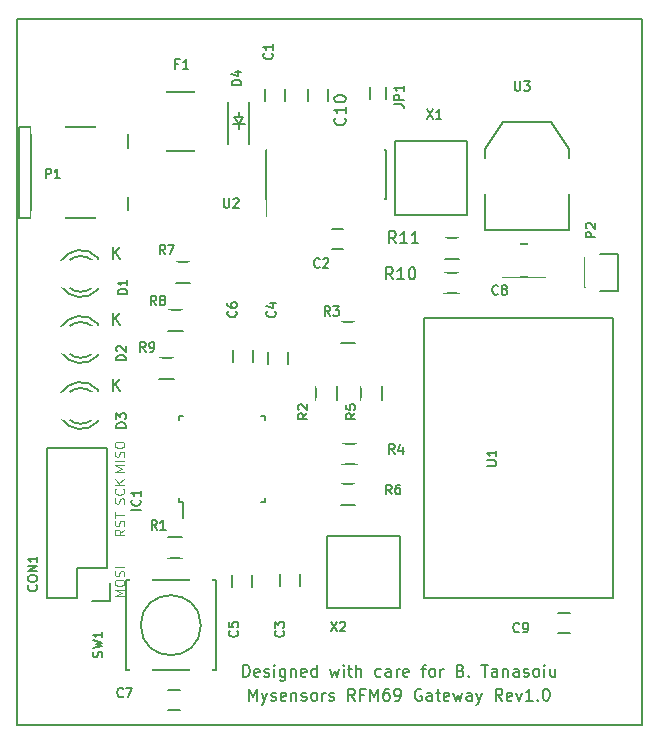
<source format=gto>
G04 #@! TF.FileFunction,Legend,Top*
%FSLAX46Y46*%
G04 Gerber Fmt 4.6, Leading zero omitted, Abs format (unit mm)*
G04 Created by KiCad (PCBNEW 4.0.2+e4-6225~38~ubuntu14.04.1-stable) date Thu 16 Jun 2016 09:14:55 AM EEST*
%MOMM*%
G01*
G04 APERTURE LIST*
%ADD10C,0.100000*%
%ADD11C,0.150000*%
%ADD12C,4.900000*%
%ADD13R,1.650000X1.900000*%
%ADD14R,1.900000X1.650000*%
%ADD15R,2.701240X0.900380*%
%ADD16R,2.899360X2.398980*%
%ADD17C,1.299160*%
%ADD18R,2.350720X2.899360*%
%ADD19R,2.127200X2.127200*%
%ADD20O,2.127200X2.127200*%
%ADD21R,0.950000X2.000000*%
%ADD22R,2.000000X0.950000*%
%ADD23R,2.635200X2.635200*%
%ADD24R,1.900000X1.700000*%
%ADD25R,1.700000X1.900000*%
%ADD26C,1.797000*%
%ADD27R,1.600000X3.400000*%
%ADD28R,1.000000X1.900000*%
%ADD29R,4.057600X2.432000*%
%ADD30R,1.416000X2.432000*%
%ADD31R,2.400000X2.400000*%
%ADD32C,2.400000*%
%ADD33R,1.860000X5.240000*%
%ADD34R,1.300000X1.600000*%
%ADD35R,1.620000X1.310000*%
%ADD36R,1.200000X5.500000*%
%ADD37R,1.700000X5.500000*%
%ADD38R,5.500000X1.200000*%
%ADD39R,5.500000X1.700000*%
G04 APERTURE END LIST*
D10*
X122916905Y-95364143D02*
X122116905Y-95364143D01*
X122688333Y-95097476D01*
X122116905Y-94830809D01*
X122916905Y-94830809D01*
X122916905Y-94449857D02*
X122116905Y-94449857D01*
X122878810Y-94107000D02*
X122916905Y-93992714D01*
X122916905Y-93802238D01*
X122878810Y-93726048D01*
X122840714Y-93687952D01*
X122764524Y-93649857D01*
X122688333Y-93649857D01*
X122612143Y-93687952D01*
X122574048Y-93726048D01*
X122535952Y-93802238D01*
X122497857Y-93954619D01*
X122459762Y-94030810D01*
X122421667Y-94068905D01*
X122345476Y-94107000D01*
X122269286Y-94107000D01*
X122193095Y-94068905D01*
X122155000Y-94030810D01*
X122116905Y-93954619D01*
X122116905Y-93764143D01*
X122155000Y-93649857D01*
X122116905Y-93154619D02*
X122116905Y-93002238D01*
X122155000Y-92926047D01*
X122231190Y-92849857D01*
X122383571Y-92811762D01*
X122650238Y-92811762D01*
X122802619Y-92849857D01*
X122878810Y-92926047D01*
X122916905Y-93002238D01*
X122916905Y-93154619D01*
X122878810Y-93230809D01*
X122802619Y-93307000D01*
X122650238Y-93345095D01*
X122383571Y-93345095D01*
X122231190Y-93307000D01*
X122155000Y-93230809D01*
X122116905Y-93154619D01*
X122878810Y-98056571D02*
X122916905Y-97942285D01*
X122916905Y-97751809D01*
X122878810Y-97675619D01*
X122840714Y-97637523D01*
X122764524Y-97599428D01*
X122688333Y-97599428D01*
X122612143Y-97637523D01*
X122574048Y-97675619D01*
X122535952Y-97751809D01*
X122497857Y-97904190D01*
X122459762Y-97980381D01*
X122421667Y-98018476D01*
X122345476Y-98056571D01*
X122269286Y-98056571D01*
X122193095Y-98018476D01*
X122155000Y-97980381D01*
X122116905Y-97904190D01*
X122116905Y-97713714D01*
X122155000Y-97599428D01*
X122840714Y-96799428D02*
X122878810Y-96837523D01*
X122916905Y-96951809D01*
X122916905Y-97027999D01*
X122878810Y-97142285D01*
X122802619Y-97218476D01*
X122726429Y-97256571D01*
X122574048Y-97294666D01*
X122459762Y-97294666D01*
X122307381Y-97256571D01*
X122231190Y-97218476D01*
X122155000Y-97142285D01*
X122116905Y-97027999D01*
X122116905Y-96951809D01*
X122155000Y-96837523D01*
X122193095Y-96799428D01*
X122916905Y-96456571D02*
X122116905Y-96456571D01*
X122916905Y-95999428D02*
X122459762Y-96342285D01*
X122116905Y-95999428D02*
X122574048Y-96456571D01*
X122916905Y-100260095D02*
X122535952Y-100526762D01*
X122916905Y-100717238D02*
X122116905Y-100717238D01*
X122116905Y-100412476D01*
X122155000Y-100336285D01*
X122193095Y-100298190D01*
X122269286Y-100260095D01*
X122383571Y-100260095D01*
X122459762Y-100298190D01*
X122497857Y-100336285D01*
X122535952Y-100412476D01*
X122535952Y-100717238D01*
X122878810Y-99955333D02*
X122916905Y-99841047D01*
X122916905Y-99650571D01*
X122878810Y-99574381D01*
X122840714Y-99536285D01*
X122764524Y-99498190D01*
X122688333Y-99498190D01*
X122612143Y-99536285D01*
X122574048Y-99574381D01*
X122535952Y-99650571D01*
X122497857Y-99802952D01*
X122459762Y-99879143D01*
X122421667Y-99917238D01*
X122345476Y-99955333D01*
X122269286Y-99955333D01*
X122193095Y-99917238D01*
X122155000Y-99879143D01*
X122116905Y-99802952D01*
X122116905Y-99612476D01*
X122155000Y-99498190D01*
X122116905Y-99269619D02*
X122116905Y-98812476D01*
X122916905Y-99041047D02*
X122116905Y-99041047D01*
X122916905Y-105905143D02*
X122116905Y-105905143D01*
X122688333Y-105638476D01*
X122116905Y-105371809D01*
X122916905Y-105371809D01*
X122116905Y-104838476D02*
X122116905Y-104686095D01*
X122155000Y-104609904D01*
X122231190Y-104533714D01*
X122383571Y-104495619D01*
X122650238Y-104495619D01*
X122802619Y-104533714D01*
X122878810Y-104609904D01*
X122916905Y-104686095D01*
X122916905Y-104838476D01*
X122878810Y-104914666D01*
X122802619Y-104990857D01*
X122650238Y-105028952D01*
X122383571Y-105028952D01*
X122231190Y-104990857D01*
X122155000Y-104914666D01*
X122116905Y-104838476D01*
X122878810Y-104190857D02*
X122916905Y-104076571D01*
X122916905Y-103886095D01*
X122878810Y-103809905D01*
X122840714Y-103771809D01*
X122764524Y-103733714D01*
X122688333Y-103733714D01*
X122612143Y-103771809D01*
X122574048Y-103809905D01*
X122535952Y-103886095D01*
X122497857Y-104038476D01*
X122459762Y-104114667D01*
X122421667Y-104152762D01*
X122345476Y-104190857D01*
X122269286Y-104190857D01*
X122193095Y-104152762D01*
X122155000Y-104114667D01*
X122116905Y-104038476D01*
X122116905Y-103848000D01*
X122155000Y-103733714D01*
X122916905Y-103390857D02*
X122116905Y-103390857D01*
D11*
X132962713Y-112720381D02*
X132962713Y-111720381D01*
X133200808Y-111720381D01*
X133343666Y-111768000D01*
X133438904Y-111863238D01*
X133486523Y-111958476D01*
X133534142Y-112148952D01*
X133534142Y-112291810D01*
X133486523Y-112482286D01*
X133438904Y-112577524D01*
X133343666Y-112672762D01*
X133200808Y-112720381D01*
X132962713Y-112720381D01*
X134343666Y-112672762D02*
X134248428Y-112720381D01*
X134057951Y-112720381D01*
X133962713Y-112672762D01*
X133915094Y-112577524D01*
X133915094Y-112196571D01*
X133962713Y-112101333D01*
X134057951Y-112053714D01*
X134248428Y-112053714D01*
X134343666Y-112101333D01*
X134391285Y-112196571D01*
X134391285Y-112291810D01*
X133915094Y-112387048D01*
X134772237Y-112672762D02*
X134867475Y-112720381D01*
X135057951Y-112720381D01*
X135153190Y-112672762D01*
X135200809Y-112577524D01*
X135200809Y-112529905D01*
X135153190Y-112434667D01*
X135057951Y-112387048D01*
X134915094Y-112387048D01*
X134819856Y-112339429D01*
X134772237Y-112244190D01*
X134772237Y-112196571D01*
X134819856Y-112101333D01*
X134915094Y-112053714D01*
X135057951Y-112053714D01*
X135153190Y-112101333D01*
X135629380Y-112720381D02*
X135629380Y-112053714D01*
X135629380Y-111720381D02*
X135581761Y-111768000D01*
X135629380Y-111815619D01*
X135676999Y-111768000D01*
X135629380Y-111720381D01*
X135629380Y-111815619D01*
X136534142Y-112053714D02*
X136534142Y-112863238D01*
X136486523Y-112958476D01*
X136438904Y-113006095D01*
X136343665Y-113053714D01*
X136200808Y-113053714D01*
X136105570Y-113006095D01*
X136534142Y-112672762D02*
X136438904Y-112720381D01*
X136248427Y-112720381D01*
X136153189Y-112672762D01*
X136105570Y-112625143D01*
X136057951Y-112529905D01*
X136057951Y-112244190D01*
X136105570Y-112148952D01*
X136153189Y-112101333D01*
X136248427Y-112053714D01*
X136438904Y-112053714D01*
X136534142Y-112101333D01*
X137010332Y-112053714D02*
X137010332Y-112720381D01*
X137010332Y-112148952D02*
X137057951Y-112101333D01*
X137153189Y-112053714D01*
X137296047Y-112053714D01*
X137391285Y-112101333D01*
X137438904Y-112196571D01*
X137438904Y-112720381D01*
X138296047Y-112672762D02*
X138200809Y-112720381D01*
X138010332Y-112720381D01*
X137915094Y-112672762D01*
X137867475Y-112577524D01*
X137867475Y-112196571D01*
X137915094Y-112101333D01*
X138010332Y-112053714D01*
X138200809Y-112053714D01*
X138296047Y-112101333D01*
X138343666Y-112196571D01*
X138343666Y-112291810D01*
X137867475Y-112387048D01*
X139200809Y-112720381D02*
X139200809Y-111720381D01*
X139200809Y-112672762D02*
X139105571Y-112720381D01*
X138915094Y-112720381D01*
X138819856Y-112672762D01*
X138772237Y-112625143D01*
X138724618Y-112529905D01*
X138724618Y-112244190D01*
X138772237Y-112148952D01*
X138819856Y-112101333D01*
X138915094Y-112053714D01*
X139105571Y-112053714D01*
X139200809Y-112101333D01*
X140343666Y-112053714D02*
X140534142Y-112720381D01*
X140724619Y-112244190D01*
X140915095Y-112720381D01*
X141105571Y-112053714D01*
X141486523Y-112720381D02*
X141486523Y-112053714D01*
X141486523Y-111720381D02*
X141438904Y-111768000D01*
X141486523Y-111815619D01*
X141534142Y-111768000D01*
X141486523Y-111720381D01*
X141486523Y-111815619D01*
X141819856Y-112053714D02*
X142200808Y-112053714D01*
X141962713Y-111720381D02*
X141962713Y-112577524D01*
X142010332Y-112672762D01*
X142105570Y-112720381D01*
X142200808Y-112720381D01*
X142534142Y-112720381D02*
X142534142Y-111720381D01*
X142962714Y-112720381D02*
X142962714Y-112196571D01*
X142915095Y-112101333D01*
X142819857Y-112053714D01*
X142676999Y-112053714D01*
X142581761Y-112101333D01*
X142534142Y-112148952D01*
X144629381Y-112672762D02*
X144534143Y-112720381D01*
X144343666Y-112720381D01*
X144248428Y-112672762D01*
X144200809Y-112625143D01*
X144153190Y-112529905D01*
X144153190Y-112244190D01*
X144200809Y-112148952D01*
X144248428Y-112101333D01*
X144343666Y-112053714D01*
X144534143Y-112053714D01*
X144629381Y-112101333D01*
X145486524Y-112720381D02*
X145486524Y-112196571D01*
X145438905Y-112101333D01*
X145343667Y-112053714D01*
X145153190Y-112053714D01*
X145057952Y-112101333D01*
X145486524Y-112672762D02*
X145391286Y-112720381D01*
X145153190Y-112720381D01*
X145057952Y-112672762D01*
X145010333Y-112577524D01*
X145010333Y-112482286D01*
X145057952Y-112387048D01*
X145153190Y-112339429D01*
X145391286Y-112339429D01*
X145486524Y-112291810D01*
X145962714Y-112720381D02*
X145962714Y-112053714D01*
X145962714Y-112244190D02*
X146010333Y-112148952D01*
X146057952Y-112101333D01*
X146153190Y-112053714D01*
X146248429Y-112053714D01*
X146962715Y-112672762D02*
X146867477Y-112720381D01*
X146677000Y-112720381D01*
X146581762Y-112672762D01*
X146534143Y-112577524D01*
X146534143Y-112196571D01*
X146581762Y-112101333D01*
X146677000Y-112053714D01*
X146867477Y-112053714D01*
X146962715Y-112101333D01*
X147010334Y-112196571D01*
X147010334Y-112291810D01*
X146534143Y-112387048D01*
X148057953Y-112053714D02*
X148438905Y-112053714D01*
X148200810Y-112720381D02*
X148200810Y-111863238D01*
X148248429Y-111768000D01*
X148343667Y-111720381D01*
X148438905Y-111720381D01*
X148915096Y-112720381D02*
X148819858Y-112672762D01*
X148772239Y-112625143D01*
X148724620Y-112529905D01*
X148724620Y-112244190D01*
X148772239Y-112148952D01*
X148819858Y-112101333D01*
X148915096Y-112053714D01*
X149057954Y-112053714D01*
X149153192Y-112101333D01*
X149200811Y-112148952D01*
X149248430Y-112244190D01*
X149248430Y-112529905D01*
X149200811Y-112625143D01*
X149153192Y-112672762D01*
X149057954Y-112720381D01*
X148915096Y-112720381D01*
X149677001Y-112720381D02*
X149677001Y-112053714D01*
X149677001Y-112244190D02*
X149724620Y-112148952D01*
X149772239Y-112101333D01*
X149867477Y-112053714D01*
X149962716Y-112053714D01*
X151391288Y-112196571D02*
X151534145Y-112244190D01*
X151581764Y-112291810D01*
X151629383Y-112387048D01*
X151629383Y-112529905D01*
X151581764Y-112625143D01*
X151534145Y-112672762D01*
X151438907Y-112720381D01*
X151057954Y-112720381D01*
X151057954Y-111720381D01*
X151391288Y-111720381D01*
X151486526Y-111768000D01*
X151534145Y-111815619D01*
X151581764Y-111910857D01*
X151581764Y-112006095D01*
X151534145Y-112101333D01*
X151486526Y-112148952D01*
X151391288Y-112196571D01*
X151057954Y-112196571D01*
X152057954Y-112625143D02*
X152105573Y-112672762D01*
X152057954Y-112720381D01*
X152010335Y-112672762D01*
X152057954Y-112625143D01*
X152057954Y-112720381D01*
X153153192Y-111720381D02*
X153724621Y-111720381D01*
X153438906Y-112720381D02*
X153438906Y-111720381D01*
X154486526Y-112720381D02*
X154486526Y-112196571D01*
X154438907Y-112101333D01*
X154343669Y-112053714D01*
X154153192Y-112053714D01*
X154057954Y-112101333D01*
X154486526Y-112672762D02*
X154391288Y-112720381D01*
X154153192Y-112720381D01*
X154057954Y-112672762D01*
X154010335Y-112577524D01*
X154010335Y-112482286D01*
X154057954Y-112387048D01*
X154153192Y-112339429D01*
X154391288Y-112339429D01*
X154486526Y-112291810D01*
X154962716Y-112053714D02*
X154962716Y-112720381D01*
X154962716Y-112148952D02*
X155010335Y-112101333D01*
X155105573Y-112053714D01*
X155248431Y-112053714D01*
X155343669Y-112101333D01*
X155391288Y-112196571D01*
X155391288Y-112720381D01*
X156296050Y-112720381D02*
X156296050Y-112196571D01*
X156248431Y-112101333D01*
X156153193Y-112053714D01*
X155962716Y-112053714D01*
X155867478Y-112101333D01*
X156296050Y-112672762D02*
X156200812Y-112720381D01*
X155962716Y-112720381D01*
X155867478Y-112672762D01*
X155819859Y-112577524D01*
X155819859Y-112482286D01*
X155867478Y-112387048D01*
X155962716Y-112339429D01*
X156200812Y-112339429D01*
X156296050Y-112291810D01*
X156724621Y-112672762D02*
X156819859Y-112720381D01*
X157010335Y-112720381D01*
X157105574Y-112672762D01*
X157153193Y-112577524D01*
X157153193Y-112529905D01*
X157105574Y-112434667D01*
X157010335Y-112387048D01*
X156867478Y-112387048D01*
X156772240Y-112339429D01*
X156724621Y-112244190D01*
X156724621Y-112196571D01*
X156772240Y-112101333D01*
X156867478Y-112053714D01*
X157010335Y-112053714D01*
X157105574Y-112101333D01*
X157724621Y-112720381D02*
X157629383Y-112672762D01*
X157581764Y-112625143D01*
X157534145Y-112529905D01*
X157534145Y-112244190D01*
X157581764Y-112148952D01*
X157629383Y-112101333D01*
X157724621Y-112053714D01*
X157867479Y-112053714D01*
X157962717Y-112101333D01*
X158010336Y-112148952D01*
X158057955Y-112244190D01*
X158057955Y-112529905D01*
X158010336Y-112625143D01*
X157962717Y-112672762D01*
X157867479Y-112720381D01*
X157724621Y-112720381D01*
X158486526Y-112720381D02*
X158486526Y-112053714D01*
X158486526Y-111720381D02*
X158438907Y-111768000D01*
X158486526Y-111815619D01*
X158534145Y-111768000D01*
X158486526Y-111720381D01*
X158486526Y-111815619D01*
X159391288Y-112053714D02*
X159391288Y-112720381D01*
X158962716Y-112053714D02*
X158962716Y-112577524D01*
X159010335Y-112672762D01*
X159105573Y-112720381D01*
X159248431Y-112720381D01*
X159343669Y-112672762D01*
X159391288Y-112625143D01*
X133486522Y-114752381D02*
X133486522Y-113752381D01*
X133819856Y-114466667D01*
X134153189Y-113752381D01*
X134153189Y-114752381D01*
X134534141Y-114085714D02*
X134772236Y-114752381D01*
X135010332Y-114085714D02*
X134772236Y-114752381D01*
X134676998Y-114990476D01*
X134629379Y-115038095D01*
X134534141Y-115085714D01*
X135343665Y-114704762D02*
X135438903Y-114752381D01*
X135629379Y-114752381D01*
X135724618Y-114704762D01*
X135772237Y-114609524D01*
X135772237Y-114561905D01*
X135724618Y-114466667D01*
X135629379Y-114419048D01*
X135486522Y-114419048D01*
X135391284Y-114371429D01*
X135343665Y-114276190D01*
X135343665Y-114228571D01*
X135391284Y-114133333D01*
X135486522Y-114085714D01*
X135629379Y-114085714D01*
X135724618Y-114133333D01*
X136581761Y-114704762D02*
X136486523Y-114752381D01*
X136296046Y-114752381D01*
X136200808Y-114704762D01*
X136153189Y-114609524D01*
X136153189Y-114228571D01*
X136200808Y-114133333D01*
X136296046Y-114085714D01*
X136486523Y-114085714D01*
X136581761Y-114133333D01*
X136629380Y-114228571D01*
X136629380Y-114323810D01*
X136153189Y-114419048D01*
X137057951Y-114085714D02*
X137057951Y-114752381D01*
X137057951Y-114180952D02*
X137105570Y-114133333D01*
X137200808Y-114085714D01*
X137343666Y-114085714D01*
X137438904Y-114133333D01*
X137486523Y-114228571D01*
X137486523Y-114752381D01*
X137915094Y-114704762D02*
X138010332Y-114752381D01*
X138200808Y-114752381D01*
X138296047Y-114704762D01*
X138343666Y-114609524D01*
X138343666Y-114561905D01*
X138296047Y-114466667D01*
X138200808Y-114419048D01*
X138057951Y-114419048D01*
X137962713Y-114371429D01*
X137915094Y-114276190D01*
X137915094Y-114228571D01*
X137962713Y-114133333D01*
X138057951Y-114085714D01*
X138200808Y-114085714D01*
X138296047Y-114133333D01*
X138915094Y-114752381D02*
X138819856Y-114704762D01*
X138772237Y-114657143D01*
X138724618Y-114561905D01*
X138724618Y-114276190D01*
X138772237Y-114180952D01*
X138819856Y-114133333D01*
X138915094Y-114085714D01*
X139057952Y-114085714D01*
X139153190Y-114133333D01*
X139200809Y-114180952D01*
X139248428Y-114276190D01*
X139248428Y-114561905D01*
X139200809Y-114657143D01*
X139153190Y-114704762D01*
X139057952Y-114752381D01*
X138915094Y-114752381D01*
X139676999Y-114752381D02*
X139676999Y-114085714D01*
X139676999Y-114276190D02*
X139724618Y-114180952D01*
X139772237Y-114133333D01*
X139867475Y-114085714D01*
X139962714Y-114085714D01*
X140248428Y-114704762D02*
X140343666Y-114752381D01*
X140534142Y-114752381D01*
X140629381Y-114704762D01*
X140677000Y-114609524D01*
X140677000Y-114561905D01*
X140629381Y-114466667D01*
X140534142Y-114419048D01*
X140391285Y-114419048D01*
X140296047Y-114371429D01*
X140248428Y-114276190D01*
X140248428Y-114228571D01*
X140296047Y-114133333D01*
X140391285Y-114085714D01*
X140534142Y-114085714D01*
X140629381Y-114133333D01*
X142438905Y-114752381D02*
X142105571Y-114276190D01*
X141867476Y-114752381D02*
X141867476Y-113752381D01*
X142248429Y-113752381D01*
X142343667Y-113800000D01*
X142391286Y-113847619D01*
X142438905Y-113942857D01*
X142438905Y-114085714D01*
X142391286Y-114180952D01*
X142343667Y-114228571D01*
X142248429Y-114276190D01*
X141867476Y-114276190D01*
X143200810Y-114228571D02*
X142867476Y-114228571D01*
X142867476Y-114752381D02*
X142867476Y-113752381D01*
X143343667Y-113752381D01*
X143724619Y-114752381D02*
X143724619Y-113752381D01*
X144057953Y-114466667D01*
X144391286Y-113752381D01*
X144391286Y-114752381D01*
X145296048Y-113752381D02*
X145105571Y-113752381D01*
X145010333Y-113800000D01*
X144962714Y-113847619D01*
X144867476Y-113990476D01*
X144819857Y-114180952D01*
X144819857Y-114561905D01*
X144867476Y-114657143D01*
X144915095Y-114704762D01*
X145010333Y-114752381D01*
X145200810Y-114752381D01*
X145296048Y-114704762D01*
X145343667Y-114657143D01*
X145391286Y-114561905D01*
X145391286Y-114323810D01*
X145343667Y-114228571D01*
X145296048Y-114180952D01*
X145200810Y-114133333D01*
X145010333Y-114133333D01*
X144915095Y-114180952D01*
X144867476Y-114228571D01*
X144819857Y-114323810D01*
X145867476Y-114752381D02*
X146057952Y-114752381D01*
X146153191Y-114704762D01*
X146200810Y-114657143D01*
X146296048Y-114514286D01*
X146343667Y-114323810D01*
X146343667Y-113942857D01*
X146296048Y-113847619D01*
X146248429Y-113800000D01*
X146153191Y-113752381D01*
X145962714Y-113752381D01*
X145867476Y-113800000D01*
X145819857Y-113847619D01*
X145772238Y-113942857D01*
X145772238Y-114180952D01*
X145819857Y-114276190D01*
X145867476Y-114323810D01*
X145962714Y-114371429D01*
X146153191Y-114371429D01*
X146248429Y-114323810D01*
X146296048Y-114276190D01*
X146343667Y-114180952D01*
X148057953Y-113800000D02*
X147962715Y-113752381D01*
X147819858Y-113752381D01*
X147677000Y-113800000D01*
X147581762Y-113895238D01*
X147534143Y-113990476D01*
X147486524Y-114180952D01*
X147486524Y-114323810D01*
X147534143Y-114514286D01*
X147581762Y-114609524D01*
X147677000Y-114704762D01*
X147819858Y-114752381D01*
X147915096Y-114752381D01*
X148057953Y-114704762D01*
X148105572Y-114657143D01*
X148105572Y-114323810D01*
X147915096Y-114323810D01*
X148962715Y-114752381D02*
X148962715Y-114228571D01*
X148915096Y-114133333D01*
X148819858Y-114085714D01*
X148629381Y-114085714D01*
X148534143Y-114133333D01*
X148962715Y-114704762D02*
X148867477Y-114752381D01*
X148629381Y-114752381D01*
X148534143Y-114704762D01*
X148486524Y-114609524D01*
X148486524Y-114514286D01*
X148534143Y-114419048D01*
X148629381Y-114371429D01*
X148867477Y-114371429D01*
X148962715Y-114323810D01*
X149296048Y-114085714D02*
X149677000Y-114085714D01*
X149438905Y-113752381D02*
X149438905Y-114609524D01*
X149486524Y-114704762D01*
X149581762Y-114752381D01*
X149677000Y-114752381D01*
X150391287Y-114704762D02*
X150296049Y-114752381D01*
X150105572Y-114752381D01*
X150010334Y-114704762D01*
X149962715Y-114609524D01*
X149962715Y-114228571D01*
X150010334Y-114133333D01*
X150105572Y-114085714D01*
X150296049Y-114085714D01*
X150391287Y-114133333D01*
X150438906Y-114228571D01*
X150438906Y-114323810D01*
X149962715Y-114419048D01*
X150772239Y-114085714D02*
X150962715Y-114752381D01*
X151153192Y-114276190D01*
X151343668Y-114752381D01*
X151534144Y-114085714D01*
X152343668Y-114752381D02*
X152343668Y-114228571D01*
X152296049Y-114133333D01*
X152200811Y-114085714D01*
X152010334Y-114085714D01*
X151915096Y-114133333D01*
X152343668Y-114704762D02*
X152248430Y-114752381D01*
X152010334Y-114752381D01*
X151915096Y-114704762D01*
X151867477Y-114609524D01*
X151867477Y-114514286D01*
X151915096Y-114419048D01*
X152010334Y-114371429D01*
X152248430Y-114371429D01*
X152343668Y-114323810D01*
X152724620Y-114085714D02*
X152962715Y-114752381D01*
X153200811Y-114085714D02*
X152962715Y-114752381D01*
X152867477Y-114990476D01*
X152819858Y-115038095D01*
X152724620Y-115085714D01*
X154915097Y-114752381D02*
X154581763Y-114276190D01*
X154343668Y-114752381D02*
X154343668Y-113752381D01*
X154724621Y-113752381D01*
X154819859Y-113800000D01*
X154867478Y-113847619D01*
X154915097Y-113942857D01*
X154915097Y-114085714D01*
X154867478Y-114180952D01*
X154819859Y-114228571D01*
X154724621Y-114276190D01*
X154343668Y-114276190D01*
X155724621Y-114704762D02*
X155629383Y-114752381D01*
X155438906Y-114752381D01*
X155343668Y-114704762D01*
X155296049Y-114609524D01*
X155296049Y-114228571D01*
X155343668Y-114133333D01*
X155438906Y-114085714D01*
X155629383Y-114085714D01*
X155724621Y-114133333D01*
X155772240Y-114228571D01*
X155772240Y-114323810D01*
X155296049Y-114419048D01*
X156105573Y-114085714D02*
X156343668Y-114752381D01*
X156581764Y-114085714D01*
X157486526Y-114752381D02*
X156915097Y-114752381D01*
X157200811Y-114752381D02*
X157200811Y-113752381D01*
X157105573Y-113895238D01*
X157010335Y-113990476D01*
X156915097Y-114038095D01*
X157915097Y-114657143D02*
X157962716Y-114704762D01*
X157915097Y-114752381D01*
X157867478Y-114704762D01*
X157915097Y-114657143D01*
X157915097Y-114752381D01*
X158581763Y-113752381D02*
X158677002Y-113752381D01*
X158772240Y-113800000D01*
X158819859Y-113847619D01*
X158867478Y-113942857D01*
X158915097Y-114133333D01*
X158915097Y-114371429D01*
X158867478Y-114561905D01*
X158819859Y-114657143D01*
X158772240Y-114704762D01*
X158677002Y-114752381D01*
X158581763Y-114752381D01*
X158486525Y-114704762D01*
X158438906Y-114657143D01*
X158391287Y-114561905D01*
X158343668Y-114371429D01*
X158343668Y-114133333D01*
X158391287Y-113942857D01*
X158438906Y-113847619D01*
X158486525Y-113800000D01*
X158581763Y-113752381D01*
X113792000Y-57023000D02*
X113919000Y-57023000D01*
X113792000Y-116840000D02*
X113792000Y-57023000D01*
X166751000Y-116840000D02*
X113792000Y-116840000D01*
X166751000Y-57023000D02*
X166751000Y-116840000D01*
X113919000Y-57023000D02*
X166751000Y-57023000D01*
X119253000Y-113665000D02*
G75*
G03X119253000Y-113665000I-2286000J0D01*
G01*
X165862000Y-113665000D02*
G75*
G03X165862000Y-113665000I-2286000J0D01*
G01*
X165862000Y-60325000D02*
G75*
G03X165862000Y-60325000I-2286000J0D01*
G01*
X134786000Y-63000000D02*
X134786000Y-64000000D01*
X136486000Y-64000000D02*
X136486000Y-63000000D01*
X141470000Y-74842000D02*
X140470000Y-74842000D01*
X140470000Y-76542000D02*
X141470000Y-76542000D01*
X115018820Y-66189860D02*
X115018820Y-73891140D01*
X114018060Y-66189860D02*
X114018060Y-73891140D01*
X114018060Y-73891140D02*
X123217940Y-73891140D01*
X123217940Y-73891140D02*
X123217940Y-66189860D01*
X123217940Y-66189860D02*
X114018060Y-66189860D01*
X137756000Y-105021000D02*
X137756000Y-104021000D01*
X136056000Y-104021000D02*
X136056000Y-105021000D01*
X136740000Y-86225000D02*
X136740000Y-85225000D01*
X135040000Y-85225000D02*
X135040000Y-86225000D01*
X131992000Y-104148000D02*
X131992000Y-105148000D01*
X133692000Y-105148000D02*
X133692000Y-104148000D01*
X133819000Y-86098000D02*
X133819000Y-85098000D01*
X132119000Y-85098000D02*
X132119000Y-86098000D01*
X126601600Y-115556400D02*
X127601600Y-115556400D01*
X127601600Y-113856400D02*
X126601600Y-113856400D01*
X157924500Y-76073000D02*
X157924500Y-78867000D01*
X158496000Y-76073000D02*
X154940000Y-76073000D01*
X154940000Y-76073000D02*
X154940000Y-78867000D01*
X154940000Y-78867000D02*
X158496000Y-78867000D01*
X158496000Y-78867000D02*
X158496000Y-76073000D01*
X159647000Y-109054000D02*
X160647000Y-109054000D01*
X160647000Y-107354000D02*
X159647000Y-107354000D01*
X116332000Y-106045000D02*
X116332000Y-93345000D01*
X116332000Y-93345000D02*
X121412000Y-93345000D01*
X121412000Y-93345000D02*
X121412000Y-103505000D01*
X116332000Y-106045000D02*
X118872000Y-106045000D01*
X120142000Y-106325000D02*
X121692000Y-106325000D01*
X118872000Y-106045000D02*
X118872000Y-103505000D01*
X118872000Y-103505000D02*
X121412000Y-103505000D01*
X121692000Y-106325000D02*
X121692000Y-104775000D01*
X127547981Y-97888095D02*
X127872981Y-97888095D01*
X127547981Y-90638095D02*
X127872981Y-90638095D01*
X134797981Y-90638095D02*
X134472981Y-90638095D01*
X134797981Y-97888095D02*
X134472981Y-97888095D01*
X127547981Y-97888095D02*
X127547981Y-97563095D01*
X134797981Y-97888095D02*
X134797981Y-97563095D01*
X134797981Y-90638095D02*
X134797981Y-90963095D01*
X127547981Y-90638095D02*
X127547981Y-90963095D01*
X127872981Y-97888095D02*
X127872981Y-99313095D01*
X164745000Y-80036000D02*
X163195000Y-80036000D01*
X163195000Y-76936000D02*
X164745000Y-76936000D01*
X164745000Y-76936000D02*
X164745000Y-80036000D01*
X161925000Y-77216000D02*
X161925000Y-79756000D01*
X126603200Y-100928200D02*
X127803200Y-100928200D01*
X127803200Y-102678200D02*
X126603200Y-102678200D01*
X139155800Y-89286674D02*
X139155800Y-88086674D01*
X140905800Y-88086674D02*
X140905800Y-89286674D01*
X141259000Y-82691000D02*
X142459000Y-82691000D01*
X142459000Y-84441000D02*
X141259000Y-84441000D01*
X141386000Y-92978000D02*
X142586000Y-92978000D01*
X142586000Y-94728000D02*
X141386000Y-94728000D01*
X144715800Y-88086674D02*
X144715800Y-89286674D01*
X142965800Y-89286674D02*
X142965800Y-88086674D01*
X142459000Y-98157000D02*
X141259000Y-98157000D01*
X141259000Y-96407000D02*
X142459000Y-96407000D01*
X129387600Y-108356400D02*
G75*
G03X129387600Y-108356400I-2540000J0D01*
G01*
X123037600Y-112166400D02*
X123037600Y-104546400D01*
X123037600Y-104546400D02*
X130657600Y-104546400D01*
X130657600Y-104546400D02*
X130657600Y-112166400D01*
X123037600Y-112166400D02*
X130657600Y-112166400D01*
X164321000Y-106016000D02*
X148321000Y-106016000D01*
X164321000Y-82316000D02*
X164321000Y-106016000D01*
X148321000Y-82316000D02*
X164321000Y-82316000D01*
X148321000Y-106016000D02*
X148321000Y-82316000D01*
X134879000Y-72306000D02*
X134984000Y-72306000D01*
X134879000Y-68156000D02*
X134984000Y-68156000D01*
X145029000Y-68156000D02*
X144924000Y-68156000D01*
X145029000Y-72306000D02*
X144924000Y-72306000D01*
X134879000Y-72306000D02*
X134879000Y-68156000D01*
X145029000Y-72306000D02*
X145029000Y-68156000D01*
X134984000Y-72306000D02*
X134984000Y-73681000D01*
X153416000Y-71882000D02*
X153416000Y-74930000D01*
X153416000Y-74930000D02*
X160528000Y-74930000D01*
X160528000Y-74930000D02*
X160528000Y-71882000D01*
X153416000Y-68834000D02*
X153416000Y-68072000D01*
X153416000Y-68072000D02*
X154940000Y-65786000D01*
X154940000Y-65786000D02*
X159004000Y-65786000D01*
X159004000Y-65786000D02*
X160528000Y-68072000D01*
X160528000Y-68072000D02*
X160528000Y-68834000D01*
X120722000Y-77299000D02*
X120722000Y-77499000D01*
X120722000Y-79893000D02*
X120722000Y-79713000D01*
X117494256Y-79582643D02*
G75*
G03X120722000Y-79899000I1727744J1003643D01*
G01*
X118169994Y-79712068D02*
G75*
G03X120273000Y-79713000I1052006J1133068D01*
G01*
X120709220Y-77272274D02*
G75*
G03X117472000Y-77619000I-1497220J-1306726D01*
G01*
X120235889Y-77499747D02*
G75*
G03X118188000Y-77519000I-1013889J-1079253D01*
G01*
X120722000Y-82887000D02*
X120722000Y-83087000D01*
X120722000Y-85481000D02*
X120722000Y-85301000D01*
X117494256Y-85170643D02*
G75*
G03X120722000Y-85487000I1727744J1003643D01*
G01*
X118169994Y-85300068D02*
G75*
G03X120273000Y-85301000I1052006J1133068D01*
G01*
X120709220Y-82860274D02*
G75*
G03X117472000Y-83207000I-1497220J-1306726D01*
G01*
X120235889Y-83087747D02*
G75*
G03X118188000Y-83107000I-1013889J-1079253D01*
G01*
X120722000Y-88475000D02*
X120722000Y-88675000D01*
X120722000Y-91069000D02*
X120722000Y-90889000D01*
X117494256Y-90758643D02*
G75*
G03X120722000Y-91075000I1727744J1003643D01*
G01*
X118169994Y-90888068D02*
G75*
G03X120273000Y-90889000I1052006J1133068D01*
G01*
X120709220Y-88448274D02*
G75*
G03X117472000Y-88795000I-1497220J-1306726D01*
G01*
X120235889Y-88675747D02*
G75*
G03X118188000Y-88695000I-1013889J-1079253D01*
G01*
X128489000Y-79361000D02*
X127289000Y-79361000D01*
X127289000Y-77611000D02*
X128489000Y-77611000D01*
X127854000Y-83425000D02*
X126654000Y-83425000D01*
X126654000Y-81675000D02*
X127854000Y-81675000D01*
X127092000Y-87489000D02*
X125892000Y-87489000D01*
X125892000Y-85739000D02*
X127092000Y-85739000D01*
X130418500Y-63232500D02*
X124978500Y-63232500D01*
X130418500Y-68212500D02*
X124978500Y-68212500D01*
X119253000Y-60325000D02*
G75*
G03X119253000Y-60325000I-2286000J0D01*
G01*
X140169000Y-64000000D02*
X140169000Y-63000000D01*
X138469000Y-63000000D02*
X138469000Y-64000000D01*
X143724000Y-63830000D02*
X143724000Y-62830000D01*
X145074000Y-62830000D02*
X145074000Y-63830000D01*
X150022000Y-78500000D02*
X151222000Y-78500000D01*
X151222000Y-80250000D02*
X150022000Y-80250000D01*
X150069000Y-75579000D02*
X151269000Y-75579000D01*
X151269000Y-77329000D02*
X150069000Y-77329000D01*
X132588000Y-65294000D02*
X132588000Y-64913000D01*
X132588000Y-66310000D02*
X132588000Y-65929000D01*
X132588000Y-65929000D02*
X132207000Y-65294000D01*
X132207000Y-65294000D02*
X132969000Y-65294000D01*
X132969000Y-65294000D02*
X132588000Y-65929000D01*
X132080000Y-65929000D02*
X133096000Y-65929000D01*
X133488000Y-67611500D02*
X133488000Y-64071500D01*
X131688000Y-67611500D02*
X131688000Y-64071500D01*
X146253200Y-106883200D02*
X146254400Y-100785200D01*
X146254400Y-100785200D02*
X140054400Y-100785200D01*
X140054400Y-100785200D02*
X140054400Y-106885200D01*
X140054400Y-106885200D02*
X146253200Y-106883200D01*
X151892000Y-67386200D02*
X145794000Y-67385000D01*
X145794000Y-67385000D02*
X145794000Y-73585000D01*
X145794000Y-73585000D02*
X151894000Y-73585000D01*
X151894000Y-73585000D02*
X151892000Y-67386200D01*
X135413714Y-59950333D02*
X135451810Y-59988428D01*
X135489905Y-60102714D01*
X135489905Y-60178904D01*
X135451810Y-60293190D01*
X135375619Y-60369381D01*
X135299429Y-60407476D01*
X135147048Y-60445571D01*
X135032762Y-60445571D01*
X134880381Y-60407476D01*
X134804190Y-60369381D01*
X134728000Y-60293190D01*
X134689905Y-60178904D01*
X134689905Y-60102714D01*
X134728000Y-59988428D01*
X134766095Y-59950333D01*
X135489905Y-59188428D02*
X135489905Y-59645571D01*
X135489905Y-59417000D02*
X134689905Y-59417000D01*
X134804190Y-59493190D01*
X134880381Y-59569381D01*
X134918476Y-59645571D01*
X139439667Y-78009714D02*
X139401572Y-78047810D01*
X139287286Y-78085905D01*
X139211096Y-78085905D01*
X139096810Y-78047810D01*
X139020619Y-77971619D01*
X138982524Y-77895429D01*
X138944429Y-77743048D01*
X138944429Y-77628762D01*
X138982524Y-77476381D01*
X139020619Y-77400190D01*
X139096810Y-77324000D01*
X139211096Y-77285905D01*
X139287286Y-77285905D01*
X139401572Y-77324000D01*
X139439667Y-77362095D01*
X139744429Y-77362095D02*
X139782524Y-77324000D01*
X139858715Y-77285905D01*
X140049191Y-77285905D01*
X140125381Y-77324000D01*
X140163477Y-77362095D01*
X140201572Y-77438286D01*
X140201572Y-77514476D01*
X140163477Y-77628762D01*
X139706334Y-78085905D01*
X140201572Y-78085905D01*
X116249524Y-70529405D02*
X116249524Y-69729405D01*
X116554286Y-69729405D01*
X116630477Y-69767500D01*
X116668572Y-69805595D01*
X116706667Y-69881786D01*
X116706667Y-69996071D01*
X116668572Y-70072262D01*
X116630477Y-70110357D01*
X116554286Y-70148452D01*
X116249524Y-70148452D01*
X117468572Y-70529405D02*
X117011429Y-70529405D01*
X117240000Y-70529405D02*
X117240000Y-69729405D01*
X117163810Y-69843690D01*
X117087619Y-69919881D01*
X117011429Y-69957976D01*
X136378914Y-108845333D02*
X136417010Y-108883428D01*
X136455105Y-108997714D01*
X136455105Y-109073904D01*
X136417010Y-109188190D01*
X136340819Y-109264381D01*
X136264629Y-109302476D01*
X136112248Y-109340571D01*
X135997962Y-109340571D01*
X135845581Y-109302476D01*
X135769390Y-109264381D01*
X135693200Y-109188190D01*
X135655105Y-109073904D01*
X135655105Y-108997714D01*
X135693200Y-108883428D01*
X135731295Y-108845333D01*
X135655105Y-108578666D02*
X135655105Y-108083428D01*
X135959867Y-108350095D01*
X135959867Y-108235809D01*
X135997962Y-108159619D01*
X136036057Y-108121523D01*
X136112248Y-108083428D01*
X136302724Y-108083428D01*
X136378914Y-108121523D01*
X136417010Y-108159619D01*
X136455105Y-108235809D01*
X136455105Y-108464381D01*
X136417010Y-108540571D01*
X136378914Y-108578666D01*
X135667714Y-81794333D02*
X135705810Y-81832428D01*
X135743905Y-81946714D01*
X135743905Y-82022904D01*
X135705810Y-82137190D01*
X135629619Y-82213381D01*
X135553429Y-82251476D01*
X135401048Y-82289571D01*
X135286762Y-82289571D01*
X135134381Y-82251476D01*
X135058190Y-82213381D01*
X134982000Y-82137190D01*
X134943905Y-82022904D01*
X134943905Y-81946714D01*
X134982000Y-81832428D01*
X135020095Y-81794333D01*
X135210571Y-81108619D02*
X135743905Y-81108619D01*
X134905810Y-81299095D02*
X135477238Y-81489571D01*
X135477238Y-80994333D01*
X132467314Y-108845333D02*
X132505410Y-108883428D01*
X132543505Y-108997714D01*
X132543505Y-109073904D01*
X132505410Y-109188190D01*
X132429219Y-109264381D01*
X132353029Y-109302476D01*
X132200648Y-109340571D01*
X132086362Y-109340571D01*
X131933981Y-109302476D01*
X131857790Y-109264381D01*
X131781600Y-109188190D01*
X131743505Y-109073904D01*
X131743505Y-108997714D01*
X131781600Y-108883428D01*
X131819695Y-108845333D01*
X131743505Y-108121523D02*
X131743505Y-108502476D01*
X132124457Y-108540571D01*
X132086362Y-108502476D01*
X132048267Y-108426285D01*
X132048267Y-108235809D01*
X132086362Y-108159619D01*
X132124457Y-108121523D01*
X132200648Y-108083428D01*
X132391124Y-108083428D01*
X132467314Y-108121523D01*
X132505410Y-108159619D01*
X132543505Y-108235809D01*
X132543505Y-108426285D01*
X132505410Y-108502476D01*
X132467314Y-108540571D01*
X132365714Y-81765238D02*
X132403810Y-81803333D01*
X132441905Y-81917619D01*
X132441905Y-81993809D01*
X132403810Y-82108095D01*
X132327619Y-82184286D01*
X132251429Y-82222381D01*
X132099048Y-82260476D01*
X131984762Y-82260476D01*
X131832381Y-82222381D01*
X131756190Y-82184286D01*
X131680000Y-82108095D01*
X131641905Y-81993809D01*
X131641905Y-81917619D01*
X131680000Y-81803333D01*
X131718095Y-81765238D01*
X131641905Y-81079524D02*
X131641905Y-81231905D01*
X131680000Y-81308095D01*
X131718095Y-81346190D01*
X131832381Y-81422381D01*
X131984762Y-81460476D01*
X132289524Y-81460476D01*
X132365714Y-81422381D01*
X132403810Y-81384286D01*
X132441905Y-81308095D01*
X132441905Y-81155714D01*
X132403810Y-81079524D01*
X132365714Y-81041428D01*
X132289524Y-81003333D01*
X132099048Y-81003333D01*
X132022857Y-81041428D01*
X131984762Y-81079524D01*
X131946667Y-81155714D01*
X131946667Y-81308095D01*
X131984762Y-81384286D01*
X132022857Y-81422381D01*
X132099048Y-81460476D01*
X122802667Y-114382514D02*
X122764572Y-114420610D01*
X122650286Y-114458705D01*
X122574096Y-114458705D01*
X122459810Y-114420610D01*
X122383619Y-114344419D01*
X122345524Y-114268229D01*
X122307429Y-114115848D01*
X122307429Y-114001562D01*
X122345524Y-113849181D01*
X122383619Y-113772990D01*
X122459810Y-113696800D01*
X122574096Y-113658705D01*
X122650286Y-113658705D01*
X122764572Y-113696800D01*
X122802667Y-113734895D01*
X123069334Y-113658705D02*
X123602667Y-113658705D01*
X123259810Y-114458705D01*
X154552667Y-80295714D02*
X154514572Y-80333810D01*
X154400286Y-80371905D01*
X154324096Y-80371905D01*
X154209810Y-80333810D01*
X154133619Y-80257619D01*
X154095524Y-80181429D01*
X154057429Y-80029048D01*
X154057429Y-79914762D01*
X154095524Y-79762381D01*
X154133619Y-79686190D01*
X154209810Y-79610000D01*
X154324096Y-79571905D01*
X154400286Y-79571905D01*
X154514572Y-79610000D01*
X154552667Y-79648095D01*
X155009810Y-79914762D02*
X154933619Y-79876667D01*
X154895524Y-79838571D01*
X154857429Y-79762381D01*
X154857429Y-79724286D01*
X154895524Y-79648095D01*
X154933619Y-79610000D01*
X155009810Y-79571905D01*
X155162191Y-79571905D01*
X155238381Y-79610000D01*
X155276477Y-79648095D01*
X155314572Y-79724286D01*
X155314572Y-79762381D01*
X155276477Y-79838571D01*
X155238381Y-79876667D01*
X155162191Y-79914762D01*
X155009810Y-79914762D01*
X154933619Y-79952857D01*
X154895524Y-79990952D01*
X154857429Y-80067143D01*
X154857429Y-80219524D01*
X154895524Y-80295714D01*
X154933619Y-80333810D01*
X155009810Y-80371905D01*
X155162191Y-80371905D01*
X155238381Y-80333810D01*
X155276477Y-80295714D01*
X155314572Y-80219524D01*
X155314572Y-80067143D01*
X155276477Y-79990952D01*
X155238381Y-79952857D01*
X155162191Y-79914762D01*
X156330667Y-108896114D02*
X156292572Y-108934210D01*
X156178286Y-108972305D01*
X156102096Y-108972305D01*
X155987810Y-108934210D01*
X155911619Y-108858019D01*
X155873524Y-108781829D01*
X155835429Y-108629448D01*
X155835429Y-108515162D01*
X155873524Y-108362781D01*
X155911619Y-108286590D01*
X155987810Y-108210400D01*
X156102096Y-108172305D01*
X156178286Y-108172305D01*
X156292572Y-108210400D01*
X156330667Y-108248495D01*
X156711619Y-108972305D02*
X156864000Y-108972305D01*
X156940191Y-108934210D01*
X156978286Y-108896114D01*
X157054477Y-108781829D01*
X157092572Y-108629448D01*
X157092572Y-108324686D01*
X157054477Y-108248495D01*
X157016381Y-108210400D01*
X156940191Y-108172305D01*
X156787810Y-108172305D01*
X156711619Y-108210400D01*
X156673524Y-108248495D01*
X156635429Y-108324686D01*
X156635429Y-108515162D01*
X156673524Y-108591352D01*
X156711619Y-108629448D01*
X156787810Y-108667543D01*
X156940191Y-108667543D01*
X157016381Y-108629448D01*
X157054477Y-108591352D01*
X157092572Y-108515162D01*
X115474714Y-104984428D02*
X115512810Y-105022523D01*
X115550905Y-105136809D01*
X115550905Y-105212999D01*
X115512810Y-105327285D01*
X115436619Y-105403476D01*
X115360429Y-105441571D01*
X115208048Y-105479666D01*
X115093762Y-105479666D01*
X114941381Y-105441571D01*
X114865190Y-105403476D01*
X114789000Y-105327285D01*
X114750905Y-105212999D01*
X114750905Y-105136809D01*
X114789000Y-105022523D01*
X114827095Y-104984428D01*
X114750905Y-104489190D02*
X114750905Y-104336809D01*
X114789000Y-104260618D01*
X114865190Y-104184428D01*
X115017571Y-104146333D01*
X115284238Y-104146333D01*
X115436619Y-104184428D01*
X115512810Y-104260618D01*
X115550905Y-104336809D01*
X115550905Y-104489190D01*
X115512810Y-104565380D01*
X115436619Y-104641571D01*
X115284238Y-104679666D01*
X115017571Y-104679666D01*
X114865190Y-104641571D01*
X114789000Y-104565380D01*
X114750905Y-104489190D01*
X115550905Y-103803476D02*
X114750905Y-103803476D01*
X115550905Y-103346333D01*
X114750905Y-103346333D01*
X115550905Y-102546333D02*
X115550905Y-103003476D01*
X115550905Y-102774905D02*
X114750905Y-102774905D01*
X114865190Y-102851095D01*
X114941381Y-102927286D01*
X114979476Y-103003476D01*
X124313905Y-98570952D02*
X123513905Y-98570952D01*
X124237714Y-97732857D02*
X124275810Y-97770952D01*
X124313905Y-97885238D01*
X124313905Y-97961428D01*
X124275810Y-98075714D01*
X124199619Y-98151905D01*
X124123429Y-98190000D01*
X123971048Y-98228095D01*
X123856762Y-98228095D01*
X123704381Y-98190000D01*
X123628190Y-98151905D01*
X123552000Y-98075714D01*
X123513905Y-97961428D01*
X123513905Y-97885238D01*
X123552000Y-97770952D01*
X123590095Y-97732857D01*
X124313905Y-96970952D02*
X124313905Y-97428095D01*
X124313905Y-97199524D02*
X123513905Y-97199524D01*
X123628190Y-97275714D01*
X123704381Y-97351905D01*
X123742476Y-97428095D01*
X162794905Y-75520476D02*
X161994905Y-75520476D01*
X161994905Y-75215714D01*
X162033000Y-75139523D01*
X162071095Y-75101428D01*
X162147286Y-75063333D01*
X162261571Y-75063333D01*
X162337762Y-75101428D01*
X162375857Y-75139523D01*
X162413952Y-75215714D01*
X162413952Y-75520476D01*
X162071095Y-74758571D02*
X162033000Y-74720476D01*
X161994905Y-74644285D01*
X161994905Y-74453809D01*
X162033000Y-74377619D01*
X162071095Y-74339523D01*
X162147286Y-74301428D01*
X162223476Y-74301428D01*
X162337762Y-74339523D01*
X162794905Y-74796666D01*
X162794905Y-74301428D01*
X125672867Y-100260105D02*
X125406200Y-99879152D01*
X125215724Y-100260105D02*
X125215724Y-99460105D01*
X125520486Y-99460105D01*
X125596677Y-99498200D01*
X125634772Y-99536295D01*
X125672867Y-99612486D01*
X125672867Y-99726771D01*
X125634772Y-99802962D01*
X125596677Y-99841057D01*
X125520486Y-99879152D01*
X125215724Y-99879152D01*
X126434772Y-100260105D02*
X125977629Y-100260105D01*
X126206200Y-100260105D02*
X126206200Y-99460105D01*
X126130010Y-99574390D01*
X126053819Y-99650581D01*
X125977629Y-99688676D01*
X138410905Y-90430333D02*
X138029952Y-90697000D01*
X138410905Y-90887476D02*
X137610905Y-90887476D01*
X137610905Y-90582714D01*
X137649000Y-90506523D01*
X137687095Y-90468428D01*
X137763286Y-90430333D01*
X137877571Y-90430333D01*
X137953762Y-90468428D01*
X137991857Y-90506523D01*
X138029952Y-90582714D01*
X138029952Y-90887476D01*
X137687095Y-90125571D02*
X137649000Y-90087476D01*
X137610905Y-90011285D01*
X137610905Y-89820809D01*
X137649000Y-89744619D01*
X137687095Y-89706523D01*
X137763286Y-89668428D01*
X137839476Y-89668428D01*
X137953762Y-89706523D01*
X138410905Y-90163666D01*
X138410905Y-89668428D01*
X140328667Y-82149905D02*
X140062000Y-81768952D01*
X139871524Y-82149905D02*
X139871524Y-81349905D01*
X140176286Y-81349905D01*
X140252477Y-81388000D01*
X140290572Y-81426095D01*
X140328667Y-81502286D01*
X140328667Y-81616571D01*
X140290572Y-81692762D01*
X140252477Y-81730857D01*
X140176286Y-81768952D01*
X139871524Y-81768952D01*
X140595334Y-81349905D02*
X141090572Y-81349905D01*
X140823905Y-81654667D01*
X140938191Y-81654667D01*
X141014381Y-81692762D01*
X141052477Y-81730857D01*
X141090572Y-81807048D01*
X141090572Y-81997524D01*
X141052477Y-82073714D01*
X141014381Y-82111810D01*
X140938191Y-82149905D01*
X140709619Y-82149905D01*
X140633429Y-82111810D01*
X140595334Y-82073714D01*
X145789667Y-93833905D02*
X145523000Y-93452952D01*
X145332524Y-93833905D02*
X145332524Y-93033905D01*
X145637286Y-93033905D01*
X145713477Y-93072000D01*
X145751572Y-93110095D01*
X145789667Y-93186286D01*
X145789667Y-93300571D01*
X145751572Y-93376762D01*
X145713477Y-93414857D01*
X145637286Y-93452952D01*
X145332524Y-93452952D01*
X146475381Y-93300571D02*
X146475381Y-93833905D01*
X146284905Y-92995810D02*
X146094429Y-93567238D01*
X146589667Y-93567238D01*
X142474905Y-90430333D02*
X142093952Y-90697000D01*
X142474905Y-90887476D02*
X141674905Y-90887476D01*
X141674905Y-90582714D01*
X141713000Y-90506523D01*
X141751095Y-90468428D01*
X141827286Y-90430333D01*
X141941571Y-90430333D01*
X142017762Y-90468428D01*
X142055857Y-90506523D01*
X142093952Y-90582714D01*
X142093952Y-90887476D01*
X141674905Y-89706523D02*
X141674905Y-90087476D01*
X142055857Y-90125571D01*
X142017762Y-90087476D01*
X141979667Y-90011285D01*
X141979667Y-89820809D01*
X142017762Y-89744619D01*
X142055857Y-89706523D01*
X142132048Y-89668428D01*
X142322524Y-89668428D01*
X142398714Y-89706523D01*
X142436810Y-89744619D01*
X142474905Y-89820809D01*
X142474905Y-90011285D01*
X142436810Y-90087476D01*
X142398714Y-90125571D01*
X145535667Y-97262905D02*
X145269000Y-96881952D01*
X145078524Y-97262905D02*
X145078524Y-96462905D01*
X145383286Y-96462905D01*
X145459477Y-96501000D01*
X145497572Y-96539095D01*
X145535667Y-96615286D01*
X145535667Y-96729571D01*
X145497572Y-96805762D01*
X145459477Y-96843857D01*
X145383286Y-96881952D01*
X145078524Y-96881952D01*
X146221381Y-96462905D02*
X146069000Y-96462905D01*
X145992810Y-96501000D01*
X145954715Y-96539095D01*
X145878524Y-96653381D01*
X145840429Y-96805762D01*
X145840429Y-97110524D01*
X145878524Y-97186714D01*
X145916619Y-97224810D01*
X145992810Y-97262905D01*
X146145191Y-97262905D01*
X146221381Y-97224810D01*
X146259477Y-97186714D01*
X146297572Y-97110524D01*
X146297572Y-96920048D01*
X146259477Y-96843857D01*
X146221381Y-96805762D01*
X146145191Y-96767667D01*
X145992810Y-96767667D01*
X145916619Y-96805762D01*
X145878524Y-96843857D01*
X145840429Y-96920048D01*
X121024610Y-111048667D02*
X121062705Y-110934381D01*
X121062705Y-110743905D01*
X121024610Y-110667715D01*
X120986514Y-110629619D01*
X120910324Y-110591524D01*
X120834133Y-110591524D01*
X120757943Y-110629619D01*
X120719848Y-110667715D01*
X120681752Y-110743905D01*
X120643657Y-110896286D01*
X120605562Y-110972477D01*
X120567467Y-111010572D01*
X120491276Y-111048667D01*
X120415086Y-111048667D01*
X120338895Y-111010572D01*
X120300800Y-110972477D01*
X120262705Y-110896286D01*
X120262705Y-110705810D01*
X120300800Y-110591524D01*
X120262705Y-110324857D02*
X121062705Y-110134381D01*
X120491276Y-109982000D01*
X121062705Y-109829619D01*
X120262705Y-109639143D01*
X121062705Y-108915333D02*
X121062705Y-109372476D01*
X121062705Y-109143905D02*
X120262705Y-109143905D01*
X120376990Y-109220095D01*
X120453181Y-109296286D01*
X120491276Y-109372476D01*
X153612905Y-94843524D02*
X154260524Y-94843524D01*
X154336714Y-94805429D01*
X154374810Y-94767333D01*
X154412905Y-94691143D01*
X154412905Y-94538762D01*
X154374810Y-94462571D01*
X154336714Y-94424476D01*
X154260524Y-94386381D01*
X153612905Y-94386381D01*
X154412905Y-93586381D02*
X154412905Y-94043524D01*
X154412905Y-93814953D02*
X153612905Y-93814953D01*
X153727190Y-93891143D01*
X153803381Y-93967334D01*
X153841476Y-94043524D01*
X131343476Y-72205905D02*
X131343476Y-72853524D01*
X131381571Y-72929714D01*
X131419667Y-72967810D01*
X131495857Y-73005905D01*
X131648238Y-73005905D01*
X131724429Y-72967810D01*
X131762524Y-72929714D01*
X131800619Y-72853524D01*
X131800619Y-72205905D01*
X132143476Y-72282095D02*
X132181571Y-72244000D01*
X132257762Y-72205905D01*
X132448238Y-72205905D01*
X132524428Y-72244000D01*
X132562524Y-72282095D01*
X132600619Y-72358286D01*
X132600619Y-72434476D01*
X132562524Y-72548762D01*
X132105381Y-73005905D01*
X132600619Y-73005905D01*
X155981476Y-62299905D02*
X155981476Y-62947524D01*
X156019571Y-63023714D01*
X156057667Y-63061810D01*
X156133857Y-63099905D01*
X156286238Y-63099905D01*
X156362429Y-63061810D01*
X156400524Y-63023714D01*
X156438619Y-62947524D01*
X156438619Y-62299905D01*
X156743381Y-62299905D02*
X157238619Y-62299905D01*
X156971952Y-62604667D01*
X157086238Y-62604667D01*
X157162428Y-62642762D01*
X157200524Y-62680857D01*
X157238619Y-62757048D01*
X157238619Y-62947524D01*
X157200524Y-63023714D01*
X157162428Y-63061810D01*
X157086238Y-63099905D01*
X156857666Y-63099905D01*
X156781476Y-63061810D01*
X156743381Y-63023714D01*
X123170905Y-80346476D02*
X122370905Y-80346476D01*
X122370905Y-80156000D01*
X122409000Y-80041714D01*
X122485190Y-79965523D01*
X122561381Y-79927428D01*
X122713762Y-79889333D01*
X122828048Y-79889333D01*
X122980429Y-79927428D01*
X123056619Y-79965523D01*
X123132810Y-80041714D01*
X123170905Y-80156000D01*
X123170905Y-80346476D01*
X123170905Y-79127428D02*
X123170905Y-79584571D01*
X123170905Y-79356000D02*
X122370905Y-79356000D01*
X122485190Y-79432190D01*
X122561381Y-79508381D01*
X122599476Y-79584571D01*
X121951095Y-77325381D02*
X121951095Y-76325381D01*
X122522524Y-77325381D02*
X122093952Y-76753952D01*
X122522524Y-76325381D02*
X121951095Y-76896810D01*
X123043905Y-85934476D02*
X122243905Y-85934476D01*
X122243905Y-85744000D01*
X122282000Y-85629714D01*
X122358190Y-85553523D01*
X122434381Y-85515428D01*
X122586762Y-85477333D01*
X122701048Y-85477333D01*
X122853429Y-85515428D01*
X122929619Y-85553523D01*
X123005810Y-85629714D01*
X123043905Y-85744000D01*
X123043905Y-85934476D01*
X122320095Y-85172571D02*
X122282000Y-85134476D01*
X122243905Y-85058285D01*
X122243905Y-84867809D01*
X122282000Y-84791619D01*
X122320095Y-84753523D01*
X122396286Y-84715428D01*
X122472476Y-84715428D01*
X122586762Y-84753523D01*
X123043905Y-85210666D01*
X123043905Y-84715428D01*
X121951095Y-82913381D02*
X121951095Y-81913381D01*
X122522524Y-82913381D02*
X122093952Y-82341952D01*
X122522524Y-81913381D02*
X121951095Y-82484810D01*
X123043905Y-91649476D02*
X122243905Y-91649476D01*
X122243905Y-91459000D01*
X122282000Y-91344714D01*
X122358190Y-91268523D01*
X122434381Y-91230428D01*
X122586762Y-91192333D01*
X122701048Y-91192333D01*
X122853429Y-91230428D01*
X122929619Y-91268523D01*
X123005810Y-91344714D01*
X123043905Y-91459000D01*
X123043905Y-91649476D01*
X122243905Y-90925666D02*
X122243905Y-90430428D01*
X122548667Y-90697095D01*
X122548667Y-90582809D01*
X122586762Y-90506619D01*
X122624857Y-90468523D01*
X122701048Y-90430428D01*
X122891524Y-90430428D01*
X122967714Y-90468523D01*
X123005810Y-90506619D01*
X123043905Y-90582809D01*
X123043905Y-90811381D01*
X123005810Y-90887571D01*
X122967714Y-90925666D01*
X121951095Y-88501381D02*
X121951095Y-87501381D01*
X122522524Y-88501381D02*
X122093952Y-87929952D01*
X122522524Y-87501381D02*
X121951095Y-88072810D01*
X126358667Y-76942905D02*
X126092000Y-76561952D01*
X125901524Y-76942905D02*
X125901524Y-76142905D01*
X126206286Y-76142905D01*
X126282477Y-76181000D01*
X126320572Y-76219095D01*
X126358667Y-76295286D01*
X126358667Y-76409571D01*
X126320572Y-76485762D01*
X126282477Y-76523857D01*
X126206286Y-76561952D01*
X125901524Y-76561952D01*
X126625334Y-76142905D02*
X127158667Y-76142905D01*
X126815810Y-76942905D01*
X125596667Y-81260905D02*
X125330000Y-80879952D01*
X125139524Y-81260905D02*
X125139524Y-80460905D01*
X125444286Y-80460905D01*
X125520477Y-80499000D01*
X125558572Y-80537095D01*
X125596667Y-80613286D01*
X125596667Y-80727571D01*
X125558572Y-80803762D01*
X125520477Y-80841857D01*
X125444286Y-80879952D01*
X125139524Y-80879952D01*
X126053810Y-80803762D02*
X125977619Y-80765667D01*
X125939524Y-80727571D01*
X125901429Y-80651381D01*
X125901429Y-80613286D01*
X125939524Y-80537095D01*
X125977619Y-80499000D01*
X126053810Y-80460905D01*
X126206191Y-80460905D01*
X126282381Y-80499000D01*
X126320477Y-80537095D01*
X126358572Y-80613286D01*
X126358572Y-80651381D01*
X126320477Y-80727571D01*
X126282381Y-80765667D01*
X126206191Y-80803762D01*
X126053810Y-80803762D01*
X125977619Y-80841857D01*
X125939524Y-80879952D01*
X125901429Y-80956143D01*
X125901429Y-81108524D01*
X125939524Y-81184714D01*
X125977619Y-81222810D01*
X126053810Y-81260905D01*
X126206191Y-81260905D01*
X126282381Y-81222810D01*
X126320477Y-81184714D01*
X126358572Y-81108524D01*
X126358572Y-80956143D01*
X126320477Y-80879952D01*
X126282381Y-80841857D01*
X126206191Y-80803762D01*
X124707667Y-85197905D02*
X124441000Y-84816952D01*
X124250524Y-85197905D02*
X124250524Y-84397905D01*
X124555286Y-84397905D01*
X124631477Y-84436000D01*
X124669572Y-84474095D01*
X124707667Y-84550286D01*
X124707667Y-84664571D01*
X124669572Y-84740762D01*
X124631477Y-84778857D01*
X124555286Y-84816952D01*
X124250524Y-84816952D01*
X125088619Y-85197905D02*
X125241000Y-85197905D01*
X125317191Y-85159810D01*
X125355286Y-85121714D01*
X125431477Y-85007429D01*
X125469572Y-84855048D01*
X125469572Y-84550286D01*
X125431477Y-84474095D01*
X125393381Y-84436000D01*
X125317191Y-84397905D01*
X125164810Y-84397905D01*
X125088619Y-84436000D01*
X125050524Y-84474095D01*
X125012429Y-84550286D01*
X125012429Y-84740762D01*
X125050524Y-84816952D01*
X125088619Y-84855048D01*
X125164810Y-84893143D01*
X125317191Y-84893143D01*
X125393381Y-84855048D01*
X125431477Y-84816952D01*
X125469572Y-84740762D01*
X127495334Y-60839357D02*
X127228667Y-60839357D01*
X127228667Y-61258405D02*
X127228667Y-60458405D01*
X127609620Y-60458405D01*
X128333429Y-61258405D02*
X127876286Y-61258405D01*
X128104857Y-61258405D02*
X128104857Y-60458405D01*
X128028667Y-60572690D01*
X127952476Y-60648881D01*
X127876286Y-60686976D01*
X141581143Y-65412857D02*
X141628762Y-65460476D01*
X141676381Y-65603333D01*
X141676381Y-65698571D01*
X141628762Y-65841429D01*
X141533524Y-65936667D01*
X141438286Y-65984286D01*
X141247810Y-66031905D01*
X141104952Y-66031905D01*
X140914476Y-65984286D01*
X140819238Y-65936667D01*
X140724000Y-65841429D01*
X140676381Y-65698571D01*
X140676381Y-65603333D01*
X140724000Y-65460476D01*
X140771619Y-65412857D01*
X141676381Y-64460476D02*
X141676381Y-65031905D01*
X141676381Y-64746191D02*
X140676381Y-64746191D01*
X140819238Y-64841429D01*
X140914476Y-64936667D01*
X140962095Y-65031905D01*
X140676381Y-63841429D02*
X140676381Y-63746190D01*
X140724000Y-63650952D01*
X140771619Y-63603333D01*
X140866857Y-63555714D01*
X141057333Y-63508095D01*
X141295429Y-63508095D01*
X141485905Y-63555714D01*
X141581143Y-63603333D01*
X141628762Y-63650952D01*
X141676381Y-63746190D01*
X141676381Y-63841429D01*
X141628762Y-63936667D01*
X141581143Y-63984286D01*
X141485905Y-64031905D01*
X141295429Y-64079524D01*
X141057333Y-64079524D01*
X140866857Y-64031905D01*
X140771619Y-63984286D01*
X140724000Y-63936667D01*
X140676381Y-63841429D01*
X145764305Y-64268266D02*
X146335733Y-64268266D01*
X146450019Y-64306362D01*
X146526210Y-64382552D01*
X146564305Y-64496838D01*
X146564305Y-64573028D01*
X146564305Y-63887314D02*
X145764305Y-63887314D01*
X145764305Y-63582552D01*
X145802400Y-63506361D01*
X145840495Y-63468266D01*
X145916686Y-63430171D01*
X146030971Y-63430171D01*
X146107162Y-63468266D01*
X146145257Y-63506361D01*
X146183352Y-63582552D01*
X146183352Y-63887314D01*
X146564305Y-62668266D02*
X146564305Y-63125409D01*
X146564305Y-62896838D02*
X145764305Y-62896838D01*
X145878590Y-62973028D01*
X145954781Y-63049219D01*
X145992876Y-63125409D01*
X145661143Y-79065381D02*
X145327809Y-78589190D01*
X145089714Y-79065381D02*
X145089714Y-78065381D01*
X145470667Y-78065381D01*
X145565905Y-78113000D01*
X145613524Y-78160619D01*
X145661143Y-78255857D01*
X145661143Y-78398714D01*
X145613524Y-78493952D01*
X145565905Y-78541571D01*
X145470667Y-78589190D01*
X145089714Y-78589190D01*
X146613524Y-79065381D02*
X146042095Y-79065381D01*
X146327809Y-79065381D02*
X146327809Y-78065381D01*
X146232571Y-78208238D01*
X146137333Y-78303476D01*
X146042095Y-78351095D01*
X147232571Y-78065381D02*
X147327810Y-78065381D01*
X147423048Y-78113000D01*
X147470667Y-78160619D01*
X147518286Y-78255857D01*
X147565905Y-78446333D01*
X147565905Y-78684429D01*
X147518286Y-78874905D01*
X147470667Y-78970143D01*
X147423048Y-79017762D01*
X147327810Y-79065381D01*
X147232571Y-79065381D01*
X147137333Y-79017762D01*
X147089714Y-78970143D01*
X147042095Y-78874905D01*
X146994476Y-78684429D01*
X146994476Y-78446333D01*
X147042095Y-78255857D01*
X147089714Y-78160619D01*
X147137333Y-78113000D01*
X147232571Y-78065381D01*
X145915143Y-76017381D02*
X145581809Y-75541190D01*
X145343714Y-76017381D02*
X145343714Y-75017381D01*
X145724667Y-75017381D01*
X145819905Y-75065000D01*
X145867524Y-75112619D01*
X145915143Y-75207857D01*
X145915143Y-75350714D01*
X145867524Y-75445952D01*
X145819905Y-75493571D01*
X145724667Y-75541190D01*
X145343714Y-75541190D01*
X146867524Y-76017381D02*
X146296095Y-76017381D01*
X146581809Y-76017381D02*
X146581809Y-75017381D01*
X146486571Y-75160238D01*
X146391333Y-75255476D01*
X146296095Y-75303095D01*
X147819905Y-76017381D02*
X147248476Y-76017381D01*
X147534190Y-76017381D02*
X147534190Y-75017381D01*
X147438952Y-75160238D01*
X147343714Y-75255476D01*
X147248476Y-75303095D01*
X132822905Y-62629976D02*
X132022905Y-62629976D01*
X132022905Y-62439500D01*
X132061000Y-62325214D01*
X132137190Y-62249023D01*
X132213381Y-62210928D01*
X132365762Y-62172833D01*
X132480048Y-62172833D01*
X132632429Y-62210928D01*
X132708619Y-62249023D01*
X132784810Y-62325214D01*
X132822905Y-62439500D01*
X132822905Y-62629976D01*
X132289571Y-61487119D02*
X132822905Y-61487119D01*
X131984810Y-61677595D02*
X132556238Y-61868071D01*
X132556238Y-61372833D01*
X140373181Y-108070705D02*
X140906514Y-108870705D01*
X140906514Y-108070705D02*
X140373181Y-108870705D01*
X141173181Y-108146895D02*
X141211276Y-108108800D01*
X141287467Y-108070705D01*
X141477943Y-108070705D01*
X141554133Y-108108800D01*
X141592229Y-108146895D01*
X141630324Y-108223086D01*
X141630324Y-108299276D01*
X141592229Y-108413562D01*
X141135086Y-108870705D01*
X141630324Y-108870705D01*
X148501181Y-64687505D02*
X149034514Y-65487505D01*
X149034514Y-64687505D02*
X148501181Y-65487505D01*
X149758324Y-65487505D02*
X149301181Y-65487505D01*
X149529752Y-65487505D02*
X149529752Y-64687505D01*
X149453562Y-64801790D01*
X149377371Y-64877981D01*
X149301181Y-64916076D01*
%LPC*%
D12*
X116967000Y-113665000D03*
X163576000Y-113665000D03*
X163576000Y-60325000D03*
D13*
X135636000Y-64750000D03*
X135636000Y-62250000D03*
D14*
X139720000Y-75692000D03*
X142220000Y-75692000D03*
D15*
X122067320Y-68440300D03*
X122067320Y-69240400D03*
X122067320Y-70040500D03*
X122067320Y-70840600D03*
X122067320Y-71640700D03*
D16*
X121968260Y-65590420D03*
X116469160Y-65590420D03*
X121968260Y-74490580D03*
X116469160Y-74490580D03*
D17*
X119468900Y-67840860D03*
X119468900Y-72240140D03*
D13*
X136906000Y-103271000D03*
X136906000Y-105771000D03*
X135890000Y-84475000D03*
X135890000Y-86975000D03*
X132842000Y-105898000D03*
X132842000Y-103398000D03*
X132969000Y-84348000D03*
X132969000Y-86848000D03*
D14*
X128351600Y-114706400D03*
X125851600Y-114706400D03*
D18*
X158242000Y-77470000D03*
X155194000Y-77470000D03*
D14*
X161397000Y-108204000D03*
X158897000Y-108204000D03*
D19*
X120142000Y-104775000D03*
D20*
X117602000Y-104775000D03*
X120142000Y-102235000D03*
X117602000Y-102235000D03*
X120142000Y-99695000D03*
X117602000Y-99695000D03*
X120142000Y-97155000D03*
X117602000Y-97155000D03*
X120142000Y-94615000D03*
X117602000Y-94615000D03*
D21*
X128372981Y-98513095D03*
X129172981Y-98513095D03*
X129972981Y-98513095D03*
X130772981Y-98513095D03*
X131572981Y-98513095D03*
X132372981Y-98513095D03*
X133172981Y-98513095D03*
X133972981Y-98513095D03*
D22*
X135422981Y-97063095D03*
X135422981Y-96263095D03*
X135422981Y-95463095D03*
X135422981Y-94663095D03*
X135422981Y-93863095D03*
X135422981Y-93063095D03*
X135422981Y-92263095D03*
X135422981Y-91463095D03*
D21*
X133972981Y-90013095D03*
X133172981Y-90013095D03*
X132372981Y-90013095D03*
X131572981Y-90013095D03*
X130772981Y-90013095D03*
X129972981Y-90013095D03*
X129172981Y-90013095D03*
X128372981Y-90013095D03*
D22*
X126922981Y-91463095D03*
X126922981Y-92263095D03*
X126922981Y-93063095D03*
X126922981Y-93863095D03*
X126922981Y-94663095D03*
X126922981Y-95463095D03*
X126922981Y-96263095D03*
X126922981Y-97063095D03*
D23*
X163195000Y-78486000D03*
D24*
X128553200Y-101803200D03*
X125853200Y-101803200D03*
D25*
X140030800Y-87336674D03*
X140030800Y-90036674D03*
D24*
X143209000Y-83566000D03*
X140509000Y-83566000D03*
X143336000Y-93853000D03*
X140636000Y-93853000D03*
D25*
X143840800Y-90036674D03*
X143840800Y-87336674D03*
D24*
X140509000Y-97282000D03*
X143209000Y-97282000D03*
D26*
X124307600Y-104546400D03*
X129387600Y-104546400D03*
X124307600Y-112166400D03*
X129387600Y-112166400D03*
D27*
X149321000Y-104016000D03*
X151321000Y-104016000D03*
X153321000Y-104016000D03*
X155321000Y-104016000D03*
X157321000Y-104016000D03*
X159321000Y-104016000D03*
X161321000Y-104016000D03*
X163321000Y-104016000D03*
X163321000Y-84316000D03*
X161321000Y-84316000D03*
X159321000Y-84316000D03*
X157321000Y-84316000D03*
X155321000Y-84316000D03*
X153321000Y-84316000D03*
X151321000Y-84316000D03*
X149321000Y-84316000D03*
D28*
X135509000Y-72931000D03*
X136779000Y-72931000D03*
X138049000Y-72931000D03*
X139319000Y-72931000D03*
X140589000Y-72931000D03*
X141859000Y-72931000D03*
X143129000Y-72931000D03*
X144399000Y-72931000D03*
X144399000Y-67531000D03*
X143129000Y-67531000D03*
X141859000Y-67531000D03*
X140589000Y-67531000D03*
X139319000Y-67531000D03*
X138049000Y-67531000D03*
X136779000Y-67531000D03*
X135509000Y-67531000D03*
D29*
X156972000Y-67056000D03*
D30*
X156972000Y-73660000D03*
X159258000Y-73660000D03*
X154686000Y-73660000D03*
D31*
X120523000Y-78613000D03*
D32*
X117983000Y-78613000D03*
D31*
X120523000Y-84201000D03*
D32*
X117983000Y-84201000D03*
D31*
X120523000Y-89789000D03*
D32*
X117983000Y-89789000D03*
D24*
X126539000Y-78486000D03*
X129239000Y-78486000D03*
X125904000Y-82550000D03*
X128604000Y-82550000D03*
X125142000Y-86614000D03*
X127842000Y-86614000D03*
D33*
X125548500Y-65722500D03*
X129848500Y-65722500D03*
D12*
X116967000Y-60325000D03*
D13*
X139319000Y-62250000D03*
X139319000Y-64750000D03*
D34*
X144399000Y-62230000D03*
X144399000Y-64430000D03*
D24*
X151972000Y-79375000D03*
X149272000Y-79375000D03*
X152019000Y-76454000D03*
X149319000Y-76454000D03*
D35*
X132588000Y-67246500D03*
X132588000Y-63976500D03*
D36*
X145104400Y-103835200D03*
D37*
X143154400Y-103835200D03*
D36*
X141204400Y-103835200D03*
D38*
X148844000Y-68535000D03*
D39*
X148844000Y-70485000D03*
D38*
X148844000Y-72435000D03*
M02*

</source>
